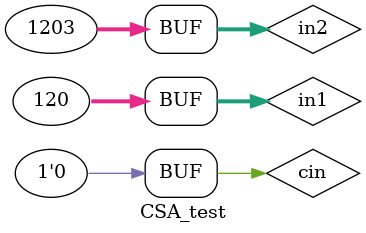
<source format=sv>
module CSA_test ;
reg [31:0]in1,in2;
reg cin;
wire [31:0]out;
initial begin
$monitor("in_1=%h  in_2=%h  out=%h ",in1,in2,out);
in1=13'd120;
in2=13'd1203;
cin=1'b0;
end
carryselectadder entity_0 ( .in1(in1), .in2(in2), .cin(cin) ,.out(out));
endmodule
</source>
